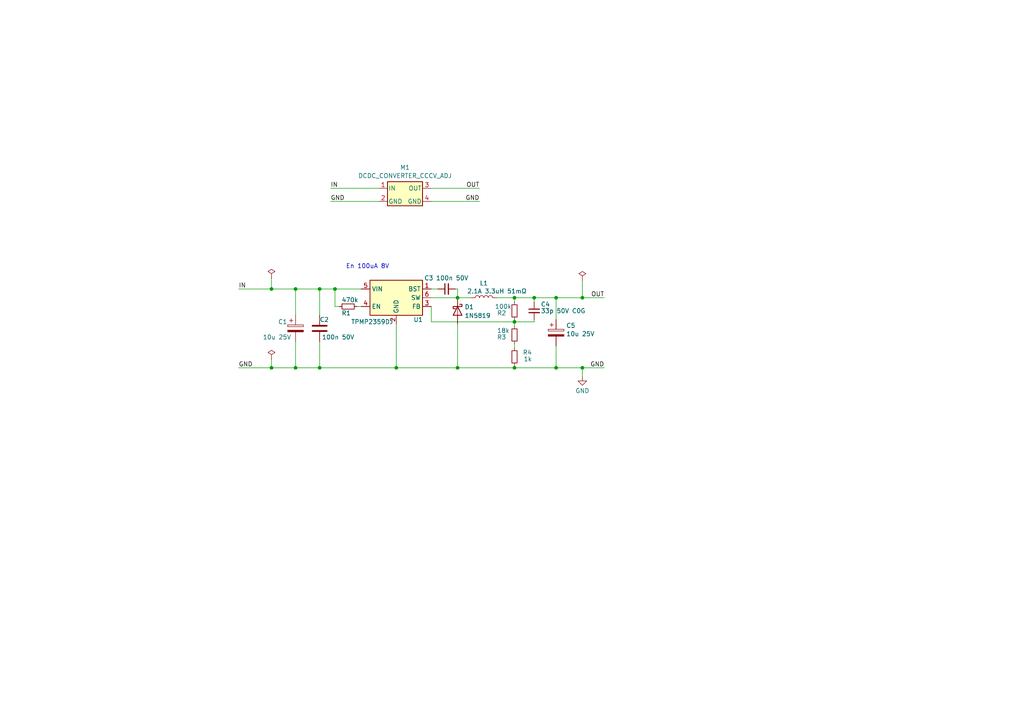
<source format=kicad_sch>
(kicad_sch (version 20230121) (generator eeschema)
  (paper "A4")
  (lib_symbols
    (symbol "Device:C" (pin_numbers hide) (pin_names (offset 0.254))
      (property "Reference" "C" (at 0.635 2.54 0))
      (property "Value" "C" (at 0.635 -2.54 0))
      (symbol "C_0_1"
        (polyline (pts (xy -2.032 -0.762) (xy 2.032 -0.762)) (stroke (width 0.508)))
        (polyline (pts (xy -2.032 0.762) (xy 2.032 0.762)) (stroke (width 0.508)))
      )
      (symbol "C_1_1"
        (pin passive line (at 0 3.81 270) (length 2.794) (name "~") (number "1"))
        (pin passive line (at 0 -3.81 90) (length 2.794) (name "~") (number "2"))
      )
    )
    (symbol "Device:C_Polarized" (pin_numbers hide) (pin_names (offset 0.254))
      (property "Reference" "C" (at 0.635 2.54 0))
      (property "Value" "C_Polarized" (at 0.635 -2.54 0))
      (symbol "C_Polarized_0_1"
        (rectangle (start -2.286 0.508) (end 2.286 1.016))
        (polyline (pts (xy -1.778 2.286) (xy -0.762 2.286)))
        (polyline (pts (xy -1.27 2.794) (xy -1.27 1.778)))
        (rectangle (start 2.286 -0.508) (end -2.286 -1.016) (fill (type outline)))
      )
      (symbol "C_Polarized_1_1"
        (pin passive line (at 0 3.81 270) (length 2.794) (name "~") (number "1"))
        (pin passive line (at 0 -3.81 90) (length 2.794) (name "~") (number "2"))
      )
    )
    (symbol "Device:C_Small" (pin_numbers hide) (pin_names (offset 0.254) hide)
      (property "Reference" "C" (at 0.254 1.778 0))
      (property "Value" "C_Small" (at 0.254 -2.032 0))
      (symbol "C_Small_0_1"
        (polyline (pts (xy -1.524 -0.508) (xy 1.524 -0.508)) (stroke (width 0.3302)))
        (polyline (pts (xy -1.524 0.508) (xy 1.524 0.508)) (stroke (width 0.3048)))
      )
      (symbol "C_Small_1_1"
        (pin passive line (at 0 2.54 270) (length 2.032) (name "~") (number "1"))
        (pin passive line (at 0 -2.54 90) (length 2.032) (name "~") (number "2"))
      )
    )
    (symbol "Device:D_Schottky" (pin_numbers hide) (pin_names (offset 1.016) hide)
      (property "Reference" "D" (at 0 2.54 0))
      (property "Value" "D_Schottky" (at 0 -2.54 0))
      (symbol "D_Schottky_0_1"
        (polyline (pts (xy 1.27 0) (xy -1.27 0)))
        (polyline (pts (xy 1.27 1.27) (xy 1.27 -1.27) (xy -1.27 0) (xy 1.27 1.27)) (stroke (width 0.254)))
        (polyline (pts (xy -1.905 0.635) (xy -1.905 1.27) (xy -1.27 1.27) (xy -1.27 -1.27) (xy -0.635 -1.27) (xy -0.635 -0.635)) (stroke (width 0.254)))
      )
      (symbol "D_Schottky_1_1"
        (pin passive line (at -3.81 0 0) (length 2.54) (name "K") (number "1"))
        (pin passive line (at 3.81 0 180) (length 2.54) (name "A") (number "2"))
      )
    )
    (symbol "Device:L" (pin_numbers hide) (pin_names (offset 1.016) hide)
      (property "Reference" "L" (at -1.27 0 90))
      (property "Value" "L" (at 1.905 0 90))
      (symbol "L_0_1"
        (arc (start 0 -2.54) (mid 0.6323 -1.905) (end 0 -1.27))
        (arc (start 0 -1.27) (mid 0.6323 -0.635) (end 0 0))
        (arc (start 0 0) (mid 0.6323 0.635) (end 0 1.27))
        (arc (start 0 1.27) (mid 0.6323 1.905) (end 0 2.54))
      )
      (symbol "L_1_1"
        (pin passive line (at 0 3.81 270) (length 1.27) (name "1") (number "1"))
        (pin passive line (at 0 -3.81 90) (length 1.27) (name "2") (number "2"))
      )
    )
    (symbol "Device:R_Small" (pin_numbers hide) (pin_names (offset 0.254) hide)
      (property "Reference" "R" (at 0.762 0.508 0))
      (property "Value" "R_Small" (at 0.762 -1.016 0))
      (symbol "R_Small_0_1"
        (rectangle (start -0.762 1.778) (end 0.762 -1.778) (stroke (width 0.2032)))
      )
      (symbol "R_Small_1_1"
        (pin passive line (at 0 2.54 270) (length 0.762) (name "~") (number "1"))
        (pin passive line (at 0 -2.54 90) (length 0.762) (name "~") (number "2"))
      )
    )
    (symbol "buck:DCDC_CONVERTER_CCCV_ADJ" (pin_names (offset 0.254))
      (property "Reference" "M" (at -3.81 3.175 0))
      (property "Value" "DCDC_CONVERTER_CCCV_ADJ" (at 0 3.175 0))
      (symbol "DCDC_CONVERTER_CCCV_ADJ_0_1"
        (rectangle (start -5.08 1.905) (end 5.08 -5.08) (stroke (width 0.254)) (fill (type background)))
      )
      (symbol "DCDC_CONVERTER_CCCV_ADJ_1_1"
        (pin power_in line (at -7.62 0 0) (length 2.54) (name "IN") (number "1"))
        (pin power_in line (at -7.62 -3.81 0) (length 2.54) (name "GND") (number "2"))
        (pin power_out line (at 7.62 0 180) (length 2.54) (name "OUT") (number "3"))
        (pin power_in line (at 7.62 -3.81 180) (length 2.54) (name "GND") (number "4"))
      )
    )
    (symbol "buck:MP2451"
      (property "Reference" "U" (at 7.62 -6.35 0))
      (property "Value" "MP2451" (at -2.54 6.35 0))
      (symbol "MP2451_0_1"
        (rectangle (start -7.62 5.08) (end 7.62 -5.08) (stroke (width 0.254)) (fill (type background)))
      )
      (symbol "MP2451_1_1"
        (pin input line (at 10.16 2.54 180) (length 2.54) (name "BST") (number "1"))
        (pin power_in line (at 0 -7.62 90) (length 2.54) (name "GND") (number "2"))
        (pin input line (at 10.16 -2.54 180) (length 2.54) (name "FB") (number "3"))
        (pin input line (at -10.16 -2.54 0) (length 2.54) (name "EN") (number "4"))
        (pin power_in line (at -10.16 2.54 0) (length 2.54) (name "VIN") (number "5"))
        (pin power_out line (at 10.16 0 180) (length 2.54) (name "SW") (number "6"))
      )
    )
    (symbol "power:GND" (power) (pin_names (offset 0))
      (property "Value" "GND" (at 0 -3.81 0))
      (symbol "GND_0_1"
        (polyline (pts (xy 0 0) (xy 0 -1.27) (xy 1.27 -1.27) (xy 0 -2.54) (xy -1.27 -1.27) (xy 0 -1.27)))
      )
      (symbol "GND_1_1"
        (pin power_in line (at 0 0 270) (length 0) hide (name "GND") (number "1"))
      )
    )
    (symbol "power:PWR_FLAG" (power) (pin_numbers hide) (pin_names (offset 0) hide)
      (property "Value" "PWR_FLAG" (at 0 3.81 0))
      (symbol "PWR_FLAG_0_0"
        (pin power_out line (at 0 0 90) (length 0) (name "pwr") (number "1"))
      )
      (symbol "PWR_FLAG_0_1"
        (polyline (pts (xy 0 0) (xy 0 1.27) (xy -1.016 1.905) (xy 0 2.54) (xy 1.016 1.905) (xy 0 1.27)))
      )
    )
  )
  (junction (at 168.91 106.68))
  (junction (at 149.225 106.68))
  (junction (at 97.155 83.82))
  (junction (at 78.74 83.82))
  (junction (at 149.225 86.36))
  (junction (at 161.29 106.68))
  (junction (at 132.715 106.68))
  (junction (at 161.29 86.36))
  (junction (at 92.71 106.68))
  (junction (at 114.935 106.68))
  (junction (at 85.725 83.82))
  (junction (at 168.91 86.36))
  (junction (at 149.225 93.345))
  (junction (at 78.74 106.68))
  (junction (at 154.94 86.36))
  (junction (at 85.725 106.68))
  (junction (at 132.715 86.36))
  (junction (at 92.71 83.82))
  (wire (pts (xy 125.095 58.42) (xy 139.065 58.42)))
  (wire (pts (xy 125.095 88.9) (xy 125.095 93.345)))
  (wire (pts (xy 85.725 99.06) (xy 85.725 106.68)))
  (wire (pts (xy 168.91 106.68) (xy 168.91 109.22)))
  (wire (pts (xy 125.095 83.82) (xy 127 83.82)))
  (wire (pts (xy 95.885 54.61) (xy 109.855 54.61)))
  (wire (pts (xy 125.095 86.36) (xy 132.715 86.36)))
  (wire (pts (xy 95.885 58.42) (xy 109.855 58.42)))
  (wire (pts (xy 132.715 86.36) (xy 136.525 86.36)))
  (wire (pts (xy 132.715 93.98) (xy 132.715 106.68)))
  (wire (pts (xy 168.91 81.28) (xy 168.91 86.36)))
  (wire (pts (xy 149.225 86.36) (xy 149.225 87.63)))
  (wire (pts (xy 132.715 83.82) (xy 132.715 86.36)))
  (wire (pts (xy 149.225 93.345) (xy 149.225 94.615)))
  (wire (pts (xy 161.29 106.68) (xy 168.91 106.68)))
  (wire (pts (xy 78.74 106.68) (xy 85.725 106.68)))
  (wire (pts (xy 78.74 80.645) (xy 78.74 83.82)))
  (wire (pts (xy 97.155 88.9) (xy 97.155 83.82)))
  (wire (pts (xy 149.225 106.045) (xy 149.225 106.68)))
  (wire (pts (xy 125.095 93.345) (xy 149.225 93.345)))
  (wire (pts (xy 69.215 83.82) (xy 78.74 83.82)))
  (wire (pts (xy 149.225 92.71) (xy 149.225 93.345)))
  (wire (pts (xy 69.215 106.68) (xy 78.74 106.68)))
  (wire (pts (xy 125.095 54.61) (xy 139.065 54.61)))
  (wire (pts (xy 103.505 88.9) (xy 104.775 88.9)))
  (wire (pts (xy 85.725 106.68) (xy 92.71 106.68)))
  (wire (pts (xy 154.94 86.36) (xy 149.225 86.36)))
  (wire (pts (xy 78.74 83.82) (xy 85.725 83.82)))
  (wire (pts (xy 154.94 93.345) (xy 149.225 93.345)))
  (wire (pts (xy 85.725 83.82) (xy 85.725 91.44)))
  (wire (pts (xy 149.225 106.68) (xy 161.29 106.68)))
  (wire (pts (xy 132.715 106.68) (xy 149.225 106.68)))
  (wire (pts (xy 78.74 104.14) (xy 78.74 106.68)))
  (wire (pts (xy 161.29 100.33) (xy 161.29 106.68)))
  (wire (pts (xy 92.71 99.06) (xy 92.71 106.68)))
  (wire (pts (xy 132.08 83.82) (xy 132.715 83.82)))
  (wire (pts (xy 149.225 99.695) (xy 149.225 100.965)))
  (wire (pts (xy 161.29 86.36) (xy 161.29 92.71)))
  (wire (pts (xy 154.94 86.36) (xy 161.29 86.36)))
  (wire (pts (xy 144.145 86.36) (xy 149.225 86.36)))
  (wire (pts (xy 154.94 87.63) (xy 154.94 86.36)))
  (wire (pts (xy 97.155 88.9) (xy 98.425 88.9)))
  (wire (pts (xy 168.91 106.68) (xy 175.26 106.68)))
  (wire (pts (xy 92.71 83.82) (xy 92.71 91.44)))
  (wire (pts (xy 161.29 86.36) (xy 168.91 86.36)))
  (wire (pts (xy 92.71 106.68) (xy 114.935 106.68)))
  (wire (pts (xy 85.725 83.82) (xy 92.71 83.82)))
  (wire (pts (xy 114.935 93.98) (xy 114.935 106.68)))
  (wire (pts (xy 154.94 92.71) (xy 154.94 93.345)))
  (wire (pts (xy 92.71 83.82) (xy 97.155 83.82)))
  (wire (pts (xy 168.91 86.36) (xy 175.26 86.36)))
  (wire (pts (xy 114.935 106.68) (xy 132.715 106.68)))
  (wire (pts (xy 97.155 83.82) (xy 104.775 83.82)))
  (text "En 100uA 8V" (at 100.33 78.105 0) (effects (font (size 1.27 1.27)) (justify left bottom)))
  (label "IN" (at 95.885 54.61 0))
  (label "OUT" (at 175.26 86.36 180))
  (label "GND" (at 139.065 58.42 180))
  (label "GND" (at 95.885 58.42 0))
  (label "GND" (at 175.26 106.68 180))
  (label "GND" (at 69.215 106.68 0))
  (label "OUT" (at 139.065 54.61 180))
  (label "IN" (at 69.215 83.82 0))
  (symbol (lib_id "Device:C_Small") (at 129.54 83.82 90) (unit 1)
    (property "Reference" "C3" (at 125.73 80.645 90) (effects (justify left)))
    (property "Value" "100n 50V" (at 135.89 80.645 90) (effects (justify left)))
    (property "Footprint" "Capacitor_SMD:C_0805_2012Metric" (effects hide))
    (property "URL" "https://lcsc.com/product-detail/Multilayer-Ceramic-Capacitors-MLCC-SMD-SMT_YAGEO-CC0603KRX7R9BB104_C14663.html" (effects hide))
    (property "Source" "JLCb" (effects hide))
    (property "LCSC" "C14663" (effects hide))
  )
  (symbol (lib_id "power:PWR_FLAG") (at 168.91 81.28 0) (unit 1)
    (property "Reference" "#FLG03" (effects hide))
    (property "Value" "PWR_FLAG" (effects hide))
  )
  (symbol (lib_id "power:GND") (at 168.91 109.22 0) (unit 1)
    (property "Reference" "#PWR01" (effects hide))
    (property "Value" "GND" (at 168.91 113.3531 0))
  )
  (symbol (lib_id "Device:R_Small") (at 149.225 97.155 0) (unit 1)
    (property "Reference" "R3" (at 144.145 97.79 0) (effects (justify left)))
    (property "Value" "18k" (at 144.145 95.885 0) (effects (justify left)))
    (property "Footprint" "Resistor_SMD:R_0805_2012Metric" (effects hide))
    (property "URL" "https://lcsc.com/product-detail/Chip-Resistor-Surface-Mount_UNI-ROYAL-Uniroyal-Elec-0603WAF1802T5E_C25810.html" (effects hide))
    (property "LCSC" "C25810" (effects hide))
    (property "Source" "JLCb" (effects hide))
  )
  (symbol (lib_id "power:PWR_FLAG") (at 78.74 104.14 0) (unit 1)
    (property "Reference" "#FLG02" (effects hide))
    (property "Value" "PWR_FLAG" (effects hide))
  )
  (symbol (lib_id "Device:D_Schottky") (at 132.715 90.17 270) (unit 1)
    (property "Reference" "D1" (at 134.747 89.0178 90) (effects (justify left)))
    (property "Value" "1N5819" (at 134.747 91.5547 90) (effects (justify left)))
    (property "Footprint" "Diode_SMD:D_SOD-323" (effects hide))
    (property "Datasheet" "https://datasheet.lcsc.com/lcsc/2204281430_Guangdong-Hottech-1N5819WS_C191023.pdf" (effects hide))
    (property "LCSC" "C191023" (effects hide))
    (property "Source" "JLCb" (effects hide))
    (property "URL" "https://lcsc.com/product-detail/Schottky-Barrier-Diodes-SBD_Guangdong-Hottech-Guangdong-Hottech-1N5819WS_C191023.html" (effects hide))
  )
  (symbol (lib_id "Device:C") (at 92.71 95.25 0) (unit 1)
    (property "Reference" "C2" (at 92.71 92.71 0) (effects (justify left)))
    (property "Value" "100n 50V" (at 93.345 97.79 0) (effects (justify left)))
    (property "Footprint" "Capacitor_SMD:C_0805_2012Metric" (effects hide))
    (property "URL" "https://lcsc.com/product-detail/Multilayer-Ceramic-Capacitors-MLCC-SMD-SMT_YAGEO-CC0603KRX7R9BB104_C14663.html" (effects hide))
    (property "Source" "JLCb" (effects hide))
    (property "LCSC" "C14663" (effects hide))
  )
  (symbol (lib_id "power:PWR_FLAG") (at 78.74 80.645 0) (unit 1)
    (property "Reference" "#FLG01" (effects hide))
    (property "Value" "PWR_FLAG" (effects hide))
  )
  (symbol (lib_id "buck:DCDC_CONVERTER_CCCV_ADJ") (at 117.475 54.61 0) (unit 1)
    (property "Reference" "M1" (at 117.475 48.5607 0))
    (property "Value" "DCDC_CONVERTER_CCCV_ADJ" (at 117.475 50.9849 0))
    (property "Footprint" "buck:MP2307_DCDC_CONVERTER" (effects hide))
    (property "Datasheet" "https://www.aliexpress.com/item/1084552308.html" (effects hide))
  )
  (symbol (lib_id "Device:R_Small") (at 100.965 88.9 270) (unit 1)
    (property "Reference" "R1" (at 99.06 90.805 90) (effects (justify left)))
    (property "Value" "470k" (at 99.06 86.995 90) (effects (justify left)))
    (property "Footprint" "Resistor_SMD:R_0805_2012Metric" (effects hide))
    (property "LCSC" "C23178" (effects hide))
    (property "URL" "https://lcsc.com/product-detail/Chip-Resistor-Surface-Mount_UNI-ROYAL-Uniroyal-Elec-0603WAF4703T5E_C23178.html" (effects hide))
    (property "Source" "JLCb" (effects hide))
  )
  (symbol (lib_id "Device:C_Polarized") (at 85.725 95.25 0) (unit 1)
    (property "Reference" "C1" (at 80.645 93.345 0) (effects (justify left)))
    (property "Value" "10u 25V" (at 76.2 97.79 0) (effects (justify left)))
    (property "Footprint" "Capacitor_SMD:C_0805_2012Metric" (effects hide))
  )
  (symbol (lib_id "Device:R_Small") (at 149.225 90.17 0) (unit 1)
    (property "Reference" "R2" (at 144.145 90.805 0) (effects (justify left)))
    (property "Value" "100k" (at 143.51 88.9 0) (effects (justify left)))
    (property "Footprint" "Resistor_SMD:R_0805_2012Metric" (effects hide))
    (property "LCSC" "C25803" (effects hide))
    (property "URL" "https://lcsc.com/product-detail/Chip-Resistor-Surface-Mount_UNI-ROYAL-Uniroyal-Elec-0603WAF1003T5E_C25803.html" (effects hide))
    (property "Source" "JLCb" (effects hide))
  )
  (symbol (lib_id "Device:C_Small") (at 154.94 90.17 0) (unit 1)
    (property "Reference" "C4" (at 156.845 88.265 0) (effects (justify left)))
    (property "Value" "33p 50V C0G" (at 156.845 90.17 0) (effects (justify left)))
    (property "Footprint" "Capacitor_SMD:C_0805_2012Metric" (effects hide))
    (property "LCSC" "C1663" (effects hide))
    (property "URL" "https://lcsc.com/product-detail/Multilayer-Ceramic-Capacitors-MLCC-SMD-SMT_Samsung-Electro-Mechanics-CL10C330JB8NNNC_C1663.html" (effects hide))
    (property "Source" "JLCb" (effects hide))
  )
  (symbol (lib_id "Device:C_Polarized") (at 161.29 96.52 0) (unit 1)
    (property "Reference" "C5" (at 164.211 94.4189 0) (effects (justify left)))
    (property "Value" "10u 25V" (at 164.211 96.8431 0) (effects (justify left)))
    (property "Footprint" "Capacitor_SMD:C_0805_2012Metric" (effects hide))
  )
  (symbol (lib_id "Device:R_Small") (at 149.225 103.505 180) (unit 1)
    (property "Reference" "R4" (at 154.305 102.235 0) (effects (justify left)))
    (property "Value" "1k" (at 154.305 104.14 0) (effects (justify left)))
    (property "Footprint" "Resistor_SMD:R_0805_2012Metric" (effects hide))
    (property "LCSC" "C21190" (effects hide))
    (property "URL" "https://lcsc.com/product-detail/Chip-Resistor-Surface-Mount_UNI-ROYAL-Uniroyal-Elec-0603WAF1001T5E_C21190.html" (effects hide))
    (property "Source" "JLCb" (effects hide))
  )
  (symbol (lib_id "buck:MP2451") (at 114.935 86.36 0) (unit 1)
    (property "Reference" "U1" (at 121.285 92.71 0))
    (property "Value" "TPMP2359DJ" (at 107.95 93.345 0))
    (property "Footprint" "Package_TO_SOT_SMD:SOT-23-6" (effects hide))
    (property "Datasheet" "https://datasheet.lcsc.com/lcsc/2007281102_Monolithic-Power-Systems-MP2451DT-LF-Z_C14123.pdf" (effects hide))
    (property "LCSC" "C2959845" (effects hide))
    (property "Source" "JLCe" (effects hide))
    (property "URL" "https://lcsc.com/product-detail/DC-DC-Converters_TECH-PUBLIC-TPMP2359DJ_C2959845.html" (effects hide))
  )
  (symbol (lib_id "Device:L") (at 140.335 86.36 90) (unit 1)
    (property "Reference" "L1" (at 140.335 82.1522 90))
    (property "Value" "2.1A 3.3uH 51mΩ" (at 144.145 84.455 90))
    (property "Footprint" "buck:L_Shouhan_CY43_5.0x4.5mm" (effects hide))
    (property "Datasheet" "https://datasheet.lcsc.com/lcsc/2201121400_SHOU-HAN-CY43-3-3UH_C2929417.pdf" (effects hide))
    (property "URL" "https://lcsc.com/product-detail/Inductors-SMD_SHOU-HAN-CY43-3-3UH_C2929417.html" (effects hide))
    (property "LCSC" "C2929417" (effects hide))
    (property "Source" "JLCe" (effects hide))
  )
)
</source>
